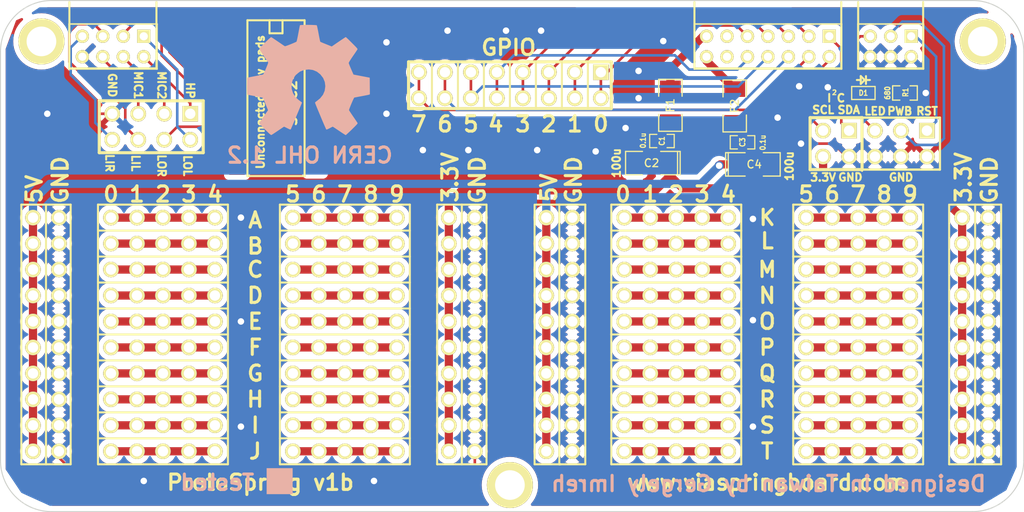
<source format=kicad_pcb>
(kicad_pcb (version 20221018) (generator pcbnew)
  (layers (0 "F.Cu" signal) (31 "B.Cu" signal) (34 "B.Paste" user) (35 "F.Paste" user) (36 "B.SilkS" user) (37 "F.SilkS" user) (38 "B.Mask" user) (39 "F.Mask" user) (44 "Edge.Cuts" user))
  (net 0 "")
  (net 1 "+3.3V")
  (net 2 "+5V")
  (net 3 "/GPIO20")
  (net 4 "/GPIO21")
  (net 5 "/GPIO22")
  (net 6 "/GPIO23")
  (net 7 "/GPIO24")
  (net 8 "/GPIO25")
  (net 9 "/GPIO26")
  (net 10 "/GPIO27")
  (net 11 "/HP_DET")
  (net 12 "/I2C0SCL")
  (net 13 "/I2C0SDA")
  (net 14 "/LINEIN_L")
  (net 15 "/LINEIN_R")
  (net 16 "/LINEOUT_L")
  (net 17 "/LINEOUT_R")
  (net 18 "/MICIN1")
  (net 19 "/MICIN2")
  (net 20 "/PWRBTN")
  (net 21 "/PWR_LED")
  (net 22 "/RESET1")
  (net 23 "GND")
  (net 24 "N-000001")
  (net 25 "N-0000010")
  (net 26 "N-0000011")
  (net 27 "N-0000012")
  (net 28 "N-0000013")
  (net 29 "N-0000014")
  (net 30 "N-0000015")
  (net 31 "N-0000016")
  (net 32 "N-0000017")
  (net 33 "N-0000018")
  (net 34 "N-0000019")
  (net 35 "N-000002")
  (net 36 "N-0000020")
  (net 37 "N-0000022")
  (net 38 "N-0000023")
  (net 39 "N-0000024")
  (net 40 "N-0000025")
  (net 41 "N-0000026")
  (net 42 "N-0000027")
  (net 43 "N-0000028")
  (net 44 "N-0000029")
  (net 45 "N-000003")
  (net 46 "N-0000030")
  (net 47 "N-0000031")
  (net 48 "N-0000039")
  (net 49 "N-000004")
  (net 50 "N-0000040")
  (net 51 "N-0000042")
  (net 52 "N-000005")
  (net 53 "N-0000056")
  (net 54 "N-0000057")
  (net 55 "N-0000058")
  (net 56 "N-0000059")
  (net 57 "N-0000060")
  (net 58 "N-0000061")
  (net 59 "N-0000062")
  (net 60 "N-0000063")
  (net 61 "N-0000064")
  (net 62 "N-0000065")
  (net 63 "N-0000066")
  (net 64 "N-0000067")
  (net 65 "N-0000068")
  (net 66 "N-000009")
  (footprint "BREADBOARD_PIN_ROW_2-5-5-2" (layer "F.Cu") (at 201.93 149.098)
    (fp_text reference "P27" hide)
    (fp_text value "CONN_14" hide)
  )
  (footprint "BREADBOARD_PIN_ROW_2-5-5-2" (layer "F.Cu") (at 151.765 144.018)
    (fp_text reference "P15" hide)
    (fp_text value "CONN_14" hide)
  )
  (footprint "BREADBOARD_PIN_ROW_2-5-5-2" (layer "F.Cu") (at 151.765 141.478)
    (fp_text reference "P14" hide)
    (fp_text value "CONN_14" hide)
  )
  (footprint "BREADBOARD_PIN_ROW_2-5-5-2" (layer "F.Cu") (at 151.765 138.938)
    (fp_text reference "P13" hide)
    (fp_text value "CONN_14" hide)
  )
  (footprint "BREADBOARD_PIN_ROW_2-5-5-2" (layer "F.Cu") (at 151.765 136.398)
    (fp_text reference "P12" hide)
    (fp_text value "CONN_14" hide)
  )
  (footprint "BREADBOARD_PIN_ROW_2-5-5-2" (layer "F.Cu") (at 151.765 133.858)
    (fp_text reference "P11" hide)
    (fp_text value "CONN_14" hide)
  )
  (footprint "BREADBOARD_PIN_ROW_2-5-5-2" (layer "F.Cu") (at 151.765 131.318)
    (fp_text reference "P10" hide)
    (fp_text value "CONN_14" hide)
  )
  (footprint "BREADBOARD_PIN_ROW_2-5-5-2" (layer "F.Cu") (at 151.765 128.778)
    (fp_text reference "P9" hide)
    (fp_text value "CONN_14" hide)
  )
  (footprint "SM0603" (layer "F.Cu") (at 211.328 114.046)
    (fp_text reference "D1")
    (fp_text value "LED" hide)
  )
  (footprint "SM0603_Capa" (layer "F.Cu") (at 191.643 118.745 180)
    (fp_text reference "C1")
    (fp_text value "0.1u")
  )
  (footprint "SM0603_Resistor" (layer "F.Cu") (at 215.392 114.046)
    (fp_text reference "R1")
    (fp_text value "680")
  )
  (footprint "SM1206" (layer "F.Cu") (at 198.755 115.316 -90)
    (fp_text reference "F2")
    (fp_text value "FUSE" hide)
  )
  (footprint "PIN_ARRAY_2X2" (layer "F.Cu") (at 208.661 118.999 180)
    (fp_text reference "P6" hide)
    (fp_text value "CONN_2X2" hide)
  )
  (footprint "pin_array_2mm_3x2" (layer "F.Cu") (at 214 109.5 180)
    (fp_text reference "P1" hide)
    (fp_text value "CONN_3X2" hide)
  )
  (footprint "pin_array_2mm_4x2" (layer "F.Cu") (at 138 109.5 180)
    (fp_text reference "P3" hide)
    (fp_text value "CONN_4X2" hide)
  )
  (footprint "pin_array_3x2" (layer "F.Cu") (at 215 119 180)
    (fp_text reference "P4" hide)
    (fp_text value "CONN_3X2" hide)
  )
  (footprint "pin_array_2mm_7x2" (layer "F.Cu") (at 202 109.5 180)
    (fp_text reference "P2" hide)
    (fp_text value "CONN_7X2" hide)
  )
  (footprint "BREADBOARD_PIN_ROW_2-5-5-2" (layer "F.Cu") (at 201.93 146.558)
    (fp_text reference "P26" hide)
    (fp_text value "CONN_14" hide)
  )
  (footprint "BREADBOARD_PIN_ROW_2-5-5-2" (layer "F.Cu") (at 201.93 144.018)
    (fp_text reference "P25" hide)
    (fp_text value "CONN_14" hide)
  )
  (footprint "BREADBOARD_PIN_ROW_2-5-5-2" (layer "F.Cu") (at 201.93 141.478)
    (fp_text reference "P24" hide)
    (fp_text value "CONN_14" hide)
  )
  (footprint "BREADBOARD_PIN_ROW_2-5-5-2" (layer "F.Cu") (at 201.93 138.938)
    (fp_text reference "P23" hide)
    (fp_text value "CONN_14" hide)
  )
  (footprint "BREADBOARD_PIN_ROW_2-5-5-2" (layer "F.Cu") (at 201.93 136.398)
    (fp_text reference "P22" hide)
    (fp_text value "CONN_14" hide)
  )
  (footprint "BREADBOARD_PIN_ROW_2-5-5-2" (layer "F.Cu") (at 201.93 133.858)
    (fp_text reference "P21" hide)
    (fp_text value "CONN_14" hide)
  )
  (footprint "BREADBOARD_PIN_ROW_2-5-5-2" (layer "F.Cu") (at 201.93 131.318)
    (fp_text reference "P20" hide)
    (fp_text value "CONN_14" hide)
  )
  (footprint "BREADBOARD_PIN_ROW_2-5-5-2" (layer "F.Cu") (at 201.93 128.778)
    (fp_text reference "P19" hide)
    (fp_text value "CONN_14" hide)
  )
  (footprint "BREADBOARD_PIN_ROW_2-5-5-2" (layer "F.Cu") (at 151.765 126.238)
    (fp_text reference "P8" hide)
    (fp_text value "CONN_14" hide)
  )
  (footprint "BREADBOARD_PIN_ROW_2-5-5-2" (layer "F.Cu") (at 151.765 146.558)
    (fp_text reference "P16" hide)
    (fp_text value "CONN_14" hide)
  )
  (footprint "pin_array_8x2" (layer "F.Cu") (at 176.784 113.284 180)
    (fp_text reference "P5" hide)
    (fp_text value "CONN_8X2" hide)
  )
  (footprint "BREADBOARD_PIN_ROW_2-5-5-2" (layer "F.Cu") (at 201.93 126.238)
    (fp_text reference "P18" hide)
    (fp_text value "CONN_14" hide)
  )
  (footprint "BREADBOARD_PIN_ROW_2-5-5-2" (layer "F.Cu") (at 151.765 149.098)
    (fp_text reference "P17" hide)
    (fp_text value "CONN_14" hide)
  )
  (footprint "MOUNTING_HOLE_M25" (layer "F.Cu") (at 223 109)
    (fp_text reference "MOUNT_HOLE_2" hide)
    (fp_text value "Val**" hide)
  )
  (footprint "MOUNTING_HOLE_M25" (layer "F.Cu") (at 131 109)
    (fp_text reference "MOUNT_HOLE_1" hide)
    (fp_text value "Val**" hide)
  )
  (footprint "SOIC24" (layer "F.Cu") (at 153.924 114.554 -90)
    (fp_text reference "SOIC24")
    (fp_text value "VAL**" hide)
  )
  (footprint "MOUNTING_HOLE_M25" (layer "F.Cu") (at 176.784 152.4)
    (fp_text reference "MOUNT_HOLE_3" hide)
    (fp_text value "Val**" hide)
  )
  (footprint "pin_array_4x2" (layer "F.Cu") (at 141.732 117.348 180)
    (fp_text reference "P7" hide)
    (fp_text value "CONN_4X2" hide)
  )
  (footprint "SM1206" (layer "F.Cu") (at 192.468 115.252 -90)
    (fp_text reference "F1")
    (fp_text value "FUSE" hide)
  )
  (footprint "SM1206POL" (layer "F.Cu") (at 200.66 121.031)
    (fp_text reference "C4")
    (fp_text value "10u" hide)
  )
  (footprint "SM1206POL" (layer "F.Cu") (at 190.627 120.904 180)
    (fp_text reference "C2")
    (fp_text value "10u" hide)
  )
  (footprint "SM0603_Capa" (layer "F.Cu") (at 199.517 118.872)
    (fp_text reference "C3")
    (fp_text value "0.1u")
  )
  (footprint "oshw_logo_silkscreen-back_12mm" (layer "B.Cu") (at 157.099 112.776)
    (fp_text reference "G***" hide)
    (fp_text value "oshw_logo_silkscreen-back_12mm" hide)
  )
  (footprint "LOGO" (layer "B.Cu") (at 154.2796 152.019)
    (fp_text reference "G***" hide)
    (fp_text value "LOGO" hide)
  )
  (gr_line (start 219.71 150.368) (end 224.79 150.368) (stroke (width 0.2)) (layer "F.SilkS"))
  (gr_line (start 199.39 137.668) (end 186.69 137.668) (stroke (width 0.2)) (layer "F.SilkS"))
  (gr_line (start 167.005 130.048) (end 154.305 130.048) (stroke (width 0.2)) (layer "F.SilkS"))
  (gr_line (start 217.17 147.828) (end 204.47 147.828) (stroke (width 0.2)) (layer "F.SilkS"))
  (gr_line (start 136.525 147.828) (end 149.225 147.828) (stroke (width 0.2)) (layer "F.SilkS"))
  (gr_line (start 133.858 150.368) (end 129.032 150.368) (stroke (width 0.2)) (layer "F.SilkS"))
  (gr_line (start 154.305 132.588) (end 167.005 132.588) (stroke (width 0.2)) (layer "F.SilkS"))
  (gr_line (start 199.39 145.288) (end 186.69 145.288) (stroke (width 0.2)) (layer "F.SilkS"))
  (gr_line (start 149.225 145.288) (end 136.525 145.288) (stroke (width 0.2)) (layer "F.SilkS"))
  (gr_line (start 199.39 150.368) (end 199.39 124.968) (stroke (width 0.2)) (layer "F.SilkS"))
  (gr_line (start 174.244 111.125) (end 174.244 115.57) (stroke (width 0.2)) (layer "F.SilkS"))
  (gr_line (start 204.47 142.748) (end 217.17 142.748) (stroke (width 0.2)) (layer "F.SilkS"))
  (gr_line (start 149.225 130.048) (end 136.525 130.048) (stroke (width 0.2)) (layer "F.SilkS"))
  (gr_line (start 217.17 130.048) (end 204.47 130.048) (stroke (width 0.2)) (layer "F.SilkS"))
  (gr_line (start 133.731 111.633) (end 133.731 105.156) (stroke (width 0.2)) (layer "F.SilkS"))
  (gr_line (start 199.39 127.508) (end 186.69 127.508) (stroke (width 0.2)) (layer "F.SilkS"))
  (gr_line (start 149.225 124.968) (end 149.225 150.368) (stroke (width 0.2)) (layer "F.SilkS"))
  (gr_line (start 217.17 137.668) (end 204.47 137.668) (stroke (width 0.2)) (layer "F.SilkS"))
  (gr_line (start 186.69 135.128) (end 199.39 135.128) (stroke (width 0.2)) (layer "F.SilkS"))
  (gr_line (start 184.15 150.368) (end 179.197 150.368) (stroke (width 0.2)) (layer "F.SilkS"))
  (gr_line (start 174.498 124.968) (end 169.672 124.968) (stroke (width 0.2)) (layer "F.SilkS"))
  (gr_line (start 179.324 110.998) (end 179.324 115.57) (stroke (width 0.2)) (layer "F.SilkS"))
  (gr_line (start 167.005 150.368) (end 154.305 150.368) (stroke (width 0.2)) (layer "F.SilkS"))
  (gr_line (start 194.818 111.633) (end 209.169 111.633) (stroke (width 0.2)) (layer "F.SilkS"))
  (gr_line (start 186.69 147.828) (end 199.39 147.828) (stroke (width 0.2)) (layer "F.SilkS"))
  (gr_line (start 211.455 112.776) (end 211.074 112.395) (stroke (width 0.2)) (layer "F.SilkS"))
  (gr_line (start 131.445 124.968) (end 131.445 150.368) (stroke (width 0.2)) (layer "F.SilkS"))
  (gr_line (start 172.085 150.368) (end 172.085 124.968) (stroke (width 0.2)) (layer "F.SilkS"))
  (gr_line (start 154.305 142.748) (end 167.005 142.748) (stroke (width 0.2)) (layer "F.SilkS"))
  (gr_line (start 210.82 111.633) (end 210.82 105.156) (stroke (width 0.2)) (layer "F.SilkS"))
  (gr_line (start 194.818 111.633) (end 194.818 105.156) (stroke (width 0.2)) (layer "F.SilkS"))
  (gr_line (start 149.225 140.208) (end 136.525 140.208) (stroke (width 0.2)) (layer "F.SilkS"))
  (gr_line (start 204.47 127.508) (end 217.17 127.508) (stroke (width 0.2)) (layer "F.SilkS"))
  (gr_line (start 133.858 124.968) (end 133.858 150.368) (stroke (width 0.2)) (layer "F.SilkS"))
  (gr_line (start 199.39 142.748) (end 186.69 142.748) (stroke (width 0.2)) (layer "F.SilkS"))
  (gr_line (start 136.525 132.588) (end 149.225 132.588) (stroke (width 0.2)) (layer "F.SilkS"))
  (gr_line (start 217.17 150.368) (end 204.47 150.368) (stroke (width 0.2)) (layer "F.SilkS"))
  (gr_line (start 186.69 150.368) (end 199.39 150.368) (stroke (width 0.2)) (layer "F.SilkS"))
  (gr_line (start 181.61 150.368) (end 181.737 150.368) (stroke (width 0.2)) (layer "F.SilkS"))
  (gr_line (start 167.005 124.968) (end 167.005 150.368) (stroke (width 0.2)) (layer "F.SilkS"))
  (gr_line (start 169.672 124.968) (end 169.672 150.368) (stroke (width 0.2)) (layer "F.SilkS"))
  (gr_line (start 179.197 150.368) (end 179.197 124.968) (stroke (width 0.2)) (layer "F.SilkS"))
  (gr_line (start 219.71 124.968) (end 219.71 150.368) (stroke (width 0.2)) (layer "F.SilkS"))
  (gr_line (start 167.005 135.128) (end 154.305 135.128) (stroke (width 0.2)) (layer "F.SilkS"))
  (gr_line (start 199.39 132.588) (end 186.69 132.588) (stroke (width 0.2)) (layer "F.SilkS"))
  (gr_line (start 136.525 127.508) (end 149.225 127.508) (stroke (width 0.2)) (layer "F.SilkS"))
  (gr_line (start 204.47 140.208) (end 217.17 140.208) (stroke (width 0.2)) (layer "F.SilkS"))
  (gr_line (start 186.69 140.208) (end 199.39 140.208) (stroke (width 0.2)) (layer "F.SilkS"))
  (gr_line (start 204.47 135.128) (end 217.17 135.128) (stroke (width 0.2)) (layer "F.SilkS"))
  (gr_line (start 211.201 116.459) (end 218.821 116.459) (stroke (width 0.2)) (layer "F.SilkS"))
  (gr_line (start 149.225 135.128) (end 136.525 135.128) (stroke (width 0.2)) (layer "F.SilkS"))
  (gr_line (start 142.24 111.633) (end 142.24 105.156) (stroke (width 0.2)) (layer "F.SilkS"))
  (gr_line (start 167.005 140.208) (end 154.305 140.208) (stroke (width 0.2)) (layer "F.SilkS"))
  (gr_line (start 184.15 124.968) (end 184.15 150.368) (stroke (width 0.2)) (layer "F.SilkS"))
  (gr_line (start 211.582 112.395) (end 211.582 113.157) (stroke (width 0.2)) (layer "F.SilkS"))
  (gr_line (start 154.305 137.668) (end 167.005 137.668) (stroke (width 0.2)) (layer "F.SilkS"))
  (gr_line (start 136.525 137.668) (end 149.225 137.668) (stroke (width 0.2)) (layer "F.SilkS"))
  (gr_line (start 211.074 112.776) (end 210.693 112.776) (stroke (width 0.2)) (layer "F.SilkS"))
  (gr_line (start 222.25 150.368) (end 222.25 124.968) (stroke (width 0.2)) (layer "F.SilkS"))
  (gr_line (start 217.17 124.968) (end 217.17 150.368) (stroke (width 0.2)) (layer "F.SilkS"))
  (gr_line (start 169.164 115.443) (end 169.164 110.998) (stroke (width 0.2)) (layer "F.SilkS"))
  (gr_line (start 199.39 124.968) (end 186.69 124.968) (stroke (width 0.2)) (layer "F.SilkS"))
  (gr_line (start 171.704 110.998) (end 171.704 115.57) (stroke (width 0.2)) (layer "F.SilkS"))
  (gr_line (start 129.032 150.368) (end 129.032 124.968) (stroke (width 0.2)) (layer "F.SilkS"))
  (gr_line (start 179.324 124.968) (end 184.15 124.968) (stroke (width 0.2)) (layer "F.SilkS"))
  (gr_line (start 186.69 124.968) (end 186.69 150.368) (stroke (width 0.2)) (layer "F.SilkS"))
  (gr_line (start 149.225 150.368) (end 136.525 150.368) (stroke (width 0.2)) (layer "F.SilkS"))
  (gr_line (start 136.525 142.748) (end 149.225 142.748) (stroke (width 0.2)) (layer "F.SilkS"))
  (gr_line (start 167.005 145.288) (end 154.305 145.288) (stroke (width 0.2)) (layer "F.SilkS"))
  (gr_line (start 211.074 113.157) (end 211.455 112.776) (stroke (width 0.2)) (layer "F.SilkS"))
  (gr_line (start 186.69 130.048) (end 199.39 130.048) (stroke (width 0.2)) (layer "F.SilkS"))
  (gr_line (start 204.47 124.968) (end 217.17 124.968) (stroke (width 0.2)) (layer "F.SilkS"))
  (gr_line (start 184.404 115.57) (end 184.404 110.998) (stroke (width 0.2)) (layer "F.SilkS"))
  (gr_line (start 129.032 124.968) (end 133.858 124.968) (stroke (width 0.2)) (layer "F.SilkS"))
  (gr_line (start 210.82 111.633) (end 217.17 111.633) (stroke (width 0.2)) (layer "F.SilkS"))
  (gr_line (start 142.24 111.633) (end 133.731 111.633) (stroke (width 0.2)) (layer "F.SilkS"))
  (gr_line (start 224.79 124.968) (end 219.837 124.968) (stroke (width 0.2)) (layer "F.SilkS"))
  (gr_line (start 204.47 150.368) (end 204.47 124.968) (stroke (width 0.2)) (layer "F.SilkS"))
  (gr_line (start 224.79 150.368) (end 224.79 124.968) (stroke (width 0.2)) (layer "F.SilkS"))
  (gr_line (start 154.305 124.968) (end 167.005 124.968) (stroke (width 0.2)) (layer "F.SilkS"))
  (gr_line (start 154.305 127.508) (end 167.005 127.508) (stroke (width 0.2)) (layer "F.SilkS"))
  (gr_line (start 217.17 111.633) (end 217.17 105.156) (stroke (width 0.2)) (layer "F.SilkS"))
  (gr_line (start 211.074 112.395) (end 211.074 113.157) (stroke (width 0.2)) (layer "F.SilkS"))
  (gr_line (start 204.47 145.288) (end 217.17 145.288) (stroke (width 0.2)) (layer "F.SilkS"))
  (gr_line (start 209.169 111.633) (end 209.169 105.156) (stroke (width 0.2)) (layer "F.SilkS"))
  (gr_line (start 181.61 124.968) (end 181.61 150.368) (stroke (width 0.2)) (layer "F.SilkS"))
  (gr_line (start 204.47 132.588) (end 217.17 132.588) (stroke (width 0.2)) (layer "F.SilkS"))
  (gr_line (start 218.821 121.539) (end 211.201 121.539) (stroke (width 0.2)) (layer "F.SilkS"))
  (gr_line (start 154.305 147.828) (end 167.005 147.828) (stroke (width 0.2)) (layer "F.SilkS"))
  (gr_line (start 181.864 110.998) (end 181.864 115.57) (stroke (width 0.2)) (layer "F.SilkS"))
  (gr_line (start 218.821 116.459) (end 218.821 121.539) (stroke (width 0.2)) (layer "F.SilkS"))
  (gr_line (start 136.525 124.968) (end 149.225 124.968) (stroke (width 0.2)) (layer "F.SilkS"))
  (gr_line (start 211.582 112.776) (end 211.963 112.776) (stroke (width 0.2)) (layer "F.SilkS"))
  (gr_line (start 169.672 150.368) (end 174.498 150.368) (stroke (width 0.2)) (layer "F.SilkS"))
  (gr_line (start 211.201 121.539) (end 211.201 121.666) (stroke (width 0.2)) (layer "F.SilkS"))
  (gr_line (start 176.784 111.125) (end 176.784 115.57) (stroke (width 0.2)) (layer "F.SilkS"))
  (gr_line (start 136.525 150.368) (end 136.525 124.968) (stroke (width 0.2)) (layer "F.SilkS"))
  (gr_line (start 154.305 150.368) (end 154.305 124.968) (stroke (width 0.2)) (layer "F.SilkS"))
  (gr_line (start 174.498 150.368) (end 174.498 124.968) (stroke (width 0.2)) (layer "F.SilkS"))
  (gr_arc (start 127 110) (mid 128.464466 106.464466) (end 132 105) (stroke (width 0.1)) (layer "Edge.Cuts"))
  (gr_arc (start 222 105) (mid 225.535534 106.464466) (end 227 110) (stroke (width 0.1)) (layer "Edge.Cuts"))
  (gr_arc (start 227 150) (mid 225.535534 153.535534) (end 222 155) (stroke (width 0.1)) (layer "Edge.Cuts"))
  (gr_arc (start 132 155) (mid 128.464466 153.535534) (end 127 150) (stroke (width 0.1)) (layer "Edge.Cuts"))
  (gr_line (start 132 105) (end 222 105) (stroke (width 0.1)) (layer "Edge.Cuts"))
  (gr_line (start 227 110) (end 227 150) (stroke (width 0.1)) (layer "Edge.Cuts"))
  (gr_line (start 127 150) (end 127 110) (stroke (width 0.1)) (layer "Edge.Cuts"))
  (gr_line (start 132 155) (end 222 155) (stroke (width 0.1)) (layer "Edge.Cuts"))
  (gr_text "Designed in Taiwan by Gergely Imreh\n" (at 202.057 152.273) (layer "B.SilkS") (effects (font (size 1.5 1.5) (thickness 0.3)) (justify mirror)))
  (gr_text "Tested" (at 148.1836 152.146) (layer "B.SilkS") (effects (font (size 1.5 1.5) (thickness 0.3)) (justify mirror)))
  (gr_text "CERN OHL 1.2" (at 157.226 120.142) (layer "B.SilkS") (effects (font (size 1.5 1.5) (thickness 0.3)) (justify mirror)))
  (gr_text "3" (at 195.58 123.952) (layer "F.SilkS") (effects (font (size 1.5 1.5) (thickness 0.3))))
  (gr_text "Q" (at 201.93 141.478) (layer "F.SilkS") (effects (font (size 1.5 1.5) (thickness 0.3))))
  (gr_text "8" (at 213.36 123.952) (layer "F.SilkS") (effects (font (size 1.5 1.5) (thickness 0.3))))
  (gr_text "I C" (at 208.661 114.554) (layer "F.SilkS") (effects (font (size 0.762 0.762) (thickness 0.1905))))
  (gr_text "LOL" (at 145.288 121.158 270) (layer "F.SilkS") (effects (font (size 0.762 0.762) (thickness 0.1905))))
  (gr_text "R" (at 201.93 144.018) (layer "F.SilkS") (effects (font (size 1.5 1.5) (thickness 0.3))))
  (gr_text "3.3V" (at 170.942 122.301 90) (layer "F.SilkS") (effects (font (size 1.5 1.5) (thickness 0.3))))
  (gr_text "O" (at 201.93 136.398) (layer "F.SilkS") (effects (font (size 1.5 1.5) (thickness 0.3))))
  (gr_text "I" (at 151.892 146.558) (layer "F.SilkS") (effects (font (size 1.5 1.5) (thickness 0.3))))
  (gr_text "4" (at 175.387 117.094) (layer "F.SilkS") (effects (font (size 1.5 1.5) (thickness 0.3))))
  (gr_text "1" (at 183.134 117.094) (layer "F.SilkS") (effects (font (size 1.5 1.5) (thickness 0.3))))
  (gr_text "1" (at 190.5 123.952) (layer "F.SilkS") (effects (font (size 1.5 1.5) (thickness 0.3))))
  (gr_text "GND" (at 223.647 122.555 90) (layer "F.SilkS") (effects (font (size 1.5 1.5) (thickness 0.3))))
  (gr_text "E" (at 151.892 136.398) (layer "F.SilkS") (effects (font (size 1.5 1.5) (thickness 0.3))))
  (gr_text "6" (at 170.434 117.094) (layer "F.SilkS") (effects (font (size 1.5 1.5) (thickness 0.3))))
  (gr_text "1" (at 140.335 123.952) (layer "F.SilkS") (effects (font (size 1.5 1.5) (thickness 0.3))))
  (gr_text "2" (at 208.5 114) (layer "F.SilkS") (effects (font (size 0.4572 0.4572) (thickness 0.1143))))
  (gr_text "5V" (at 180.594 123.317 90) (layer "F.SilkS") (effects (font (size 1.5 1.5) (thickness 0.3))))
  (gr_text "S" (at 201.93 146.558) (layer "F.SilkS") (effects (font (size 1.5 1.5) (thickness 0.3))))
  (gr_text "SCL" (at 207.4 115.7) (layer "F.SilkS") (effects (font (size 0.762 0.762) (thickness 0.1905))))
  (gr_text "F" (at 151.892 138.938) (layer "F.SilkS") (effects (font (size 1.5 1.5) (thickness 0.3))))
  (gr_text "GPIO" (at 176.657 109.601) (layer "F.SilkS") (effects (font (size 1.5 1.5) (thickness 0.3))))
  (gr_text "GND" (at 183.007 122.555 90) (layer "F.SilkS") (effects (font (size 1.5 1.5) (thickness 0.3))))
  (gr_text "N" (at 201.93 133.858) (layer "F.SilkS") (effects (font (size 1.5 1.5) (thickness 0.3))))
  (gr_text "MIC2" (at 142.748 113.284 270) (layer "F.SilkS") (effects (font (size 0.762 0.762) (thickness 0.1905))))
  (gr_text "4" (at 198.12 123.952) (layer "F.SilkS") (effects (font (size 1.5 1.5) (thickness 0.3))))
  (gr_text "2" (at 142.875 123.952) (layer "F.SilkS") (effects (font (size 1.5 1.5) (thickness 0.3))))
  (gr_text "LED" (at 212.471 115.824) (layer "F.SilkS") (effects (font (size 0.762 0.762) (thickness 0.1905))))
  (gr_text "3.3V" (at 207.391 122.301) (layer "F.SilkS") (effects (font (size 0.762 0.762) (thickness 0.1905))))
  (gr_text "J" (at 151.892 149.098) (layer "F.SilkS") (effects (font (size 1.5 1.5) (thickness 0.3))))
  (gr_text "LIR" (at 137.668 120.904 270) (layer "F.SilkS") (effects (font (size 0.762 0.762) (thickness 0.1905))))
  (gr_text "GND" (at 210.058 122.301) (layer "F.SilkS") (effects (font (size 0.762 0.762) (thickness 0.1905))))
  (gr_text "6" (at 208.28 123.952) (layer "F.SilkS") (effects (font (size 1.5 1.5) (thickness 0.3))))
  (gr_text "5" (at 155.575 123.952) (layer "F.SilkS") (effects (font (size 1.5 1.5) (thickness 0.3))))
  (gr_text "3" (at 178.054 117.094) (layer "F.SilkS") (effects (font (size 1.5 1.5) (thickness 0.3))))
  (gr_text "100u" (at 204.1 121.2 90) (layer "F.SilkS") (effects (font (size 0.762 0.762) (thickness 0.1905))))
  (gr_text "GND" (at 137.922 113.284 270) (layer "F.SilkS") (effects (font (size 0.762 0.762) (thickness 0.1905))))
  (gr_text "4" (at 147.955 123.952) (layer "F.SilkS") (effects (font (size 1.5 1.5) (thickness 0.3))))
  (gr_text "A" (at 151.892 126.492) (layer "F.SilkS") (effects (font (size 1.5 1.5) (thickness 0.3))))
  (gr_text "7" (at 210.82 123.952) (layer "F.SilkS") (effects (font (size 1.5 1.5) (thickness 0.3))))
  (gr_text "5V" (at 130.302 123.444 90) (layer "F.SilkS") (effects (font (size 1.5 1.5) (thickness 0.3))))
  (gr_text "M" (at 201.93 131.318) (layer "F.SilkS") (effects (font (size 1.5 1.5) (thickness 0.3))))
  (gr_text "C" (at 151.892 131.318) (layer "F.SilkS") (effects (font (size 1.5 1.5) (thickness 0.3))))
  (gr_text "G" (at 151.892 141.478) (layer "F.SilkS") (effects (font (size 1.5 1.5) (thickness 0.3))))
  (gr_text "D" (at 151.892 133.858) (layer "F.SilkS") (effects (font (size 1.5 1.5) (thickness 0.3))))
  (gr_text "MIC1" (at 140.462 113.284 270) (layer "F.SilkS") (effects (font (size 0.762 0.762) (thickness 0.1905))))
  (gr_text "2" (at 193.04 123.952) (layer "F.SilkS") (effects (font (size 1.5 1.5) (thickness 0.3))))
  (gr_text "SDA" (at 209.9 115.7) (layer "F.SilkS") (effects (font (size 0.762 0.762) (thickness 0.1905))))
  (gr_text "9" (at 215.9 123.952) (layer "F.SilkS") (effects (font (size 1.5 1.5) (thickness 0.3))))
  (gr_text "P" (at 201.93 138.938) (layer "F.SilkS") (effects (font (size 1.5 1.5) (thickness 0.3))))
  (gr_text "B" (at 151.892 129.032) (layer "F.SilkS") (effects (font (size 1.5 1.5) (thickness 0.3))))
  (gr_text "ProtoSpring v1b" (at 152.4 152.146) (layer "F.SilkS") (effects (font (size 1.5 1.5) (thickness 0.3))))
  (gr_text "LIL" (at 140.208 120.904 270) (layer "F.SilkS") (effects (font (size 0.762 0.762) (thickness 0.1905))))
  (gr_text "0" (at 187.833 123.952) (layer "F.SilkS") (effects (font (size 1.5 1.5) (thickness 0.3))))
  (gr_text "5" (at 172.974 117.094) (layer "F.SilkS") (effects (font (size 1.5 1.5) (thickness 0.3))))
  (gr_text "0" (at 137.795 123.952) (layer "F.SilkS") (effects (font (size 1.5 1.5) (thickness 0.3))))
  (gr_text "9" (at 165.735 123.952) (layer "F.SilkS") (effects (font (size 1.5 1.5) (thickness 0.3))))
  (gr_text "GND" (at 215.011 122.301) (layer "F.SilkS") (effects (font (size 0.762 0.762) (thickness 0.1905))))
  (gr_text "0" (at 185.674 117.094) (layer "F.SilkS") (effects (font (size 1.5 1.5) (thickness 0.3))))
  (gr_text "GND" (at 173.609 122.555 90) (layer "F.SilkS") (effects (font (size 1.5 1.5) (thickness 0.3))))
  (gr_text "www.viaspringboard.com" (at 201.93 152.146) (layer "F.SilkS") (effects (font (size 1.5 1.5) (thickness 0.3))))
  (gr_text "K" (at 201.93 126.238) (layer "F.SilkS") (effects (font (size 1.5 1.5) (thickness 0.3))))
  (gr_text "Unconnected dev pads" (at 152.4 114.935 90) (layer "F.SilkS") (effects (font (size 0.762 0.762) (thickness 0.1905))))
  (gr_text "GND" (at 132.842 122.555 90) (layer "F.SilkS") (effects (font (size 1.5 1.5) (thickness 0.3))))
  (gr_text "T" (at 201.93 149.098) (layer "F.SilkS") (effects (font (size 1.5 1.5) (thickness 0.3))))
  (gr_text "LOR" (at 142.748 121.158 270) (layer "F.SilkS") (effects (font (size 0.762 0.762) (thickness 0.1905))))
  (gr_text "5" (at 205.74 123.952) (layer "F.SilkS") (effects (font (size 1.5 1.5) (thickness 0.3))))
  (gr_text "RST" (at 217.551 115.824) (layer "F.SilkS") (effects (font (size 0.762 0.762) (thickness 0.1905))))
  (gr_text "H" (at 151.892 144.018) (layer "F.SilkS") (effects (font (size 1.5 1.5) (thickness 0.3))))
  (gr_text "HP" (at 145.542 113.792 270) (layer "F.SilkS") (effects (font (size 0.762 0.762) (thickness 0.1905))))
  (gr_text "3.3V" (at 221.107 122.301 90) (layer "F.SilkS") (effects (font (size 1.5 1.5) (thickness 0.3))))
  (gr_text "7" (at 160.655 123.952) (layer "F.SilkS") (effects (font (size 1.5 1.5) (thickness 0.3))))
  (gr_text "100u" (at 187.2 120.9 90) (layer "F.SilkS") (effects (font (size 0.762 0.762) (thickness 0.1905))))
  (gr_text "7" (at 167.894 117.094) (layer "F.SilkS") (effects (font (size 1.5 1.5) (thickness 0.3))))
  (gr_text "2" (at 180.594 117.094) (layer "F.SilkS") (effects (font (size 1.5 1.5) (thickness 0.3))))
  (gr_text "L" (at 201.93 128.524) (layer "F.SilkS") (effects (font (size 1.5 1.5) (thickness 0.3))))
  (gr_text "3" (at 145.415 123.952) (layer "F.SilkS") (effects (font (size 1.5 1.5) (thickness 0.3))))
  (gr_text "PWB" (at 214.884 115.824) (layer "F.SilkS") (effects (font (size 0.762 0.762) (thickness 0.1905))))
  (gr_text "6" (at 158.115 123.952) (layer "F.SilkS") (effects (font (size 1.5 1.5) (thickness 0.3))))
  (gr_text "8" (at 163.195 123.952) (layer "F.SilkS") (effects (font (size 1.5 1.5) (thickness 0.3))))
  (segment (start 192.468 118.682) (end 192.405 118.745) (width 0.8) (layer "F.Cu") (net 1))
  (segment (start 192.405 120.777) (end 192.278 120.904) (width 0.8) (layer "F.Cu") (net 1))
  (segment (start 192.278 122.047) (end 192.405 122.174) (width 0.8) (layer "F.Cu") (net 1))
  (segment (start 220.98 149.098) (end 220.98 146.558) (width 0.8) (layer "F.Cu") (net 1))
  (segment (start 220.98 128.778) (end 220.98 126.238) (width 0.8) (layer "F.Cu") (net 1))
  (segment (start 170.815 149.098) (end 170.815 146.558) (width 0.8) (layer "F.Cu") (net 1))
  (segment (start 192.468 116.903) (end 192.468 118.682) (width 0.8) (layer "F.Cu") (net 1))
  (segment (start 207.391 121.92) (end 205.931 123.38) (width 0.8) (layer "F.Cu") (net 1))
  (segment (start 170.815 124.841) (end 171.196 124.46) (width 0.8) (layer "F.Cu") (net 1))
  (segment (start 170.815 136.398) (end 170.815 133.858) (width 0.8) (layer "F.Cu") (net 1))
  (segment (start 220.98 133.858) (end 220.98 131.318) (width 0.8) (layer "F.Cu") (net 1))
  (segment (start 192.468 122.174) (end 193.675 123.38) (width 0.8) (layer "F.Cu") (net 1))
  (segment (start 220.98 131.318) (end 220.98 128.778) (width 0.8) (layer "F.Cu") (net 1))
  (segment (start 171.196 124.46) (end 170.815 124.841) (width 0.8) (layer "F.Cu") (net 1))
  (segment (start 220.98 136.398) (end 220.98 133.858) (width 0.8) (layer "F.Cu") (net 1))
  (segment (start 220.98 141.478) (end 220.98 138.938) (width 0.8) (layer "F.Cu") (net 1))
  (segment (start 220.98 138.938) (end 220.98 136.398) (width 0.8) (layer "F.Cu") (net 1))
  (segment (start 170.815 131.318) (end 170.815 128.778) (width 0.8) (layer "F.Cu") (net 1))
  (segment (start 170.815 133.858) (end 170.815 131.318) (width 0.8) (layer "F.Cu") (net 1))
  (segment (start 205.931 123.38) (end 218.122 123.38) (width 0.8) (layer "F.Cu") (net 1))
  (segment (start 220.98 146.558) (end 220.98 144.018) (width 0.8) (layer "F.Cu") (net 1))
  (segment (start 170.815 146.558) (end 170.815 144.018) (width 0.8) (layer "F.Cu") (net 1))
  (segment (start 220.98 144.018) (end 220.98 141.478) (width 0.8) (layer "F.Cu") (net 1))
  (segment (start 170.815 128.778) (end 170.815 126.238) (width 0.8) (layer "F.Cu") (net 1))
  (segment (start 192.468 122.174) (end 192.405 122.174) (width 0.8) (layer "F.Cu") (net 1))
  (segment (start 172.085 123.571) (end 171.196 124.46) (width 0.8) (layer "F.Cu") (net 1))
  (segment (start 170.815 124.841) (end 170.815 126.238) (width 0.8) (layer "F.Cu") (net 1))
  (segment (start 192.405 118.745) (end 192.405 120.777) (width 0.8) (layer "F.Cu") (net 1))
  (segment (start 207.391 120.269) (end 207.391 121.92) (width 0.8) (layer "F.Cu") (net 1))
  (segment (start 191.008 123.571) (end 172.085 123.571) (width 0.8) (layer "F.Cu") (net 1))
  (segment (start 192.278 120.904) (end 192.278 122.047) (width 0.8) (layer "F.Cu") (net 1))
  (segment (start 170.815 144.018) (end 170.815 141.478) (width 0.8) (layer "F.Cu") (net 1))
  (segment (start 192.405 122.174) (end 191.008 123.571) (width 0.8) (layer "F.Cu") (net 1))
  (segment (start 218.122 123.38) (end 220.98 126.238) (width 0.8) (layer "F.Cu") (net 1))
  (segment (start 170.815 141.478) (end 170.815 138.938) (width 0.8) (layer "F.Cu") (net 1))
  (segment (start 170.815 138.938) (end 170.815 136.398) (width 0.8) (layer "F.Cu") (net 1))
  (segment (start 193.675 123.38) (end 205.931 123.38) (width 0.8) (layer "F.Cu") (net 1))
  (segment (start 198.755 120.777) (end 199.009 121.031) (width 0.8) (layer "F.Cu") (net 2))
  (segment (start 197.358 121.031) (end 197.231 121.158) (width 0.8) (layer "F.Cu") (net 2))
  (segment (start 198.755 116.967) (end 198.755 118.872) (width 0.8) (layer "F.Cu") (net 2))
  (segment (start 180.34 136.398) (end 180.34 133.858) (width 0.8) (layer "F.Cu") (net 2))
  (segment (start 199.009 121.031) (end 197.358 121.031) (width 0.8) (layer "F.Cu") (net 2))
  (segment (start 130.175 146.558) (end 130.175 149.098) (width 0.8) (layer "F.Cu") (net 2))
  (segment (start 130.175 131.318) (end 130.175 133.858) (width 0.8) (layer "F.Cu") (net 2))
  (segment (start 180.34 131.318) (end 180.34 128.778) (width 0.8) (layer "F.Cu") (net 2))
  (segment (start 180.34 144.018) (end 180.34 141.478) (width 0.8) (layer "F.Cu") (net 2))
  (segment (start 130.175 136.398) (end 130.175 138.938) (width 0.8) (layer "F.Cu") (net 2))
  (segment (start 180.34 149.098) (end 180.34 146.558) (width 0.8) (layer "F.Cu") (net 2))
  (segment (start 180.34 133.858) (end 180.34 131.318) (width 0.8) (layer "F.Cu") (net 2))
  (segment (start 130.175 138.938) (end 130.175 141.478) (width 0.8) (layer "F.Cu") (net 2))
  (segment (start 180.34 141.478) (end 180.34 138.938) (width 0.8) (layer "F.Cu") (net 2))
  (segment (start 180.34 146.558) (end 180.34 144.018) (width 0.8) (layer "F.Cu") (net 2))
  (segment (start 130.175 126.238) (end 130.175 128.778) (width 0.8) (layer "F.Cu") (net 2))
  (segment (start 130.175 133.858) (end 130.175 136.398) (width 0.8) (layer "F.Cu") (net 2))
  (segment (start 180.34 138.938) (end 180.34 136.398) (width 0.8) (layer "F.Cu") (net 2))
  (segment (start 130.175 141.478) (end 130.175 144.018) (width 0.8) (layer "F.Cu") (net 2))
  (segment (start 130.175 128.778) (end 130.175 131.318) (width 0.8) (layer "F.Cu") (net 2))
  (segment (start 180.34 128.778) (end 180.34 126.238) (width 0.8) (layer "F.Cu") (net 2))
  (segment (start 198.755 118.872) (end 198.755 120.777) (width 0.8) (layer "F.Cu") (net 2))
  (segment (start 130.175 144.018) (end 130.175 146.558) (width 0.8) (layer "F.Cu") (net 2))
  (via (at 197.231 121.158) (size 0.889) (drill 0.635) (layers "F.Cu" "B.Cu") (net 2))
  (segment (start 197.231 121.158) (end 195.453 122.936) (width 0.8) (layer "B.Cu") (net 2))
  (segment (start 195.453 122.936) (end 180.848 122.936) (width 0.8) (layer "B.Cu") (net 2))
  (segment (start 180.34 123.444) (end 180.34 126.238) (width 0.8) (layer "B.Cu") (net 2))
  (segment (start 130.175 124.587) (end 130.175 126.238) (width 0.8) (layer "B.Cu") (net 2))
  (segment (start 180.848 122.936) (end 131.826 122.936) (width 0.8) (layer "B.Cu") (net 2))
  (segment (start 131.826 122.936) (end 130.175 124.587) (width 0.8) (layer "B.Cu") (net 2))
  (segment (start 180.848 122.936) (end 180.34 123.444) (width 0.8) (layer "B.Cu") (net 2))
  (segment (start 185.674 112.655) (end 185.674 112.014) (width 0.254) (layer "F.Cu") (net 3))
  (segment (start 185.674 112.655) (end 190.885 107.445) (width 0.254) (layer "F.Cu") (net 3))
  (segment (start 190.885 107.445) (end 198.945 107.445) (width 0.254) (layer "F.Cu") (net 3))
  (segment (start 198.945 107.445) (end 200 108.5) (width 0.254) (layer "F.Cu") (net 3))
  (segment (start 185.674 114.554) (end 185.674 112.655) (width 0.254) (layer "F.Cu") (net 3))
  (segment (start 183.134 112.014) (end 183.134 114.554) (width 0.254) (layer "F.Cu") (net 4))
  (segment (start 202 108.5) (end 200.428 106.928) (width 0.254) (layer "F.Cu") (net 4))
  (segment (start 200.428 106.928) (end 188.22 106.928) (width 0.254) (layer "F.Cu") (net 4))
  (segment (start 188.22 106.928) (end 183.134 112.014) (width 0.254) (layer "F.Cu") (net 4))
  (segment (start 186.196 106.412) (end 180.594 112.014) (width 0.254) (layer "F.Cu") (net 5))
  (segment (start 180.594 112.014) (end 180.594 114.554) (width 0.254) (layer "F.Cu") (net 5))
  (segment (start 201.912 106.412) (end 186.196 106.412) (width 0.254) (layer "F.Cu") (net 5))
  (segment (start 204 108.5) (end 201.912 106.412) (width 0.254) (layer "F.Cu") (net 5))
  (segment (start 184.208 105.86) (end 178.054 112.014) (width 0.254) (layer "F.Cu") (net 6))
  (segment (start 203.36 105.86) (end 184.208 105.86) (width 0.254) (layer "F.Cu") (net 6))
  (segment (start 178.054 112.014) (end 178.054 114.554) (width 0.254) (layer "F.Cu") (net 6))
  (segment (start 206 108.5) (end 203.36 105.86) (width 0.254) (layer "F.Cu") (net 6))
  (segment (start 175.514 112.014) (end 175.514 114.554) (width 0.254) (layer "F.Cu") (net 7))
  (segment (start 200 110.769) (end 199.009 111.76) (width 0.254) (layer "B.Cu") (net 7))
  (segment (start 199.009 111.76) (end 194.31 111.76) (width 0.254) (layer "B.Cu") (net 7))
  (segment (start 194.31 111.76) (end 192.913 110.363) (width 0.254) (layer "B.Cu") (net 7))
  (segment (start 192.913 110.363) (end 177.165 110.363) (width 0.254) (layer "B.Cu") (net 7))
  (segment (start 177.165 110.363) (end 175.514 112.014) (width 0.254) (layer "B.Cu") (net 7))
  (segment (start 200 110.5) (end 200 110.769) (width 0.254) (layer "B.Cu") (net 7))
  (segment (start 172.974 112.014) (end 172.974 114.554) (width 0.254) (layer "F.Cu") (net 8))
  (segment (start 172.974 114.554) (end 174.12 113.408) (width 0.254) (layer "B.Cu") (net 8))
  (segment (start 174.12 113.408) (end 199.092 113.408) (width 0.254) (layer "B.Cu") (net 8))
  (segment (start 199.092 113.408) (end 202 110.5) (width 0.254) (layer "B.Cu") (net 8))
  (segment (start 170.434 112.014) (end 170.434 114.554) (width 0.254) (layer "F.Cu") (net 9))
  (segment (start 171.579 115.699) (end 198.801 115.699) (width 0.254) (layer "B.Cu") (net 9))
  (segment (start 170.434 114.554) (end 171.579 115.699) (width 0.254) (layer "B.Cu") (net 9))
  (segment (start 198.801 115.699) (end 204 110.5) (width 0.254) (layer "B.Cu") (net 9))
  (segment (start 169.039 115.699) (end 200.801 115.699) (width 0.254) (layer "F.Cu") (net 10))
  (segment (start 200.801 115.699) (end 206 110.5) (width 0.254) (layer "F.Cu") (net 10))
  (segment (start 167.894 112.014) (end 167.894 114.554) (width 0.254) (layer "F.Cu") (net 10))
  (segment (start 167.894 114.554) (end 169.039 115.699) (width 0.254) (layer "F.Cu") (net 10))
  (segment (start 141 110.5) (end 145.542 115.042) (width 0.254) (layer "F.Cu") (net 11))
  (segment (start 145.542 115.042) (end 145.542 116.078) (width 0.254) (layer "F.Cu") (net 11))
  (segment (start 208 110.83) (end 206.45 112.38) (width 0.254) (layer "F.Cu") (net 12))
  (segment (start 206.45 112.38) (end 206.45 116.788) (width 0.254) (layer "F.Cu") (net 12))
  (segment (start 206.45 116.788) (end 207.391 117.729) (width 0.254) (layer "F.Cu") (net 12))
  (segment (start 208 110.5) (end 208 110.83) (width 0.254) (layer "F.Cu") (net 12))
  (segment (start 208 108.5) (end 208 108.559) (width 0.254) (layer "F.Cu") (net 13))
  (segment (start 209.169 116.967) (end 209.931 117.729) (width 0.254) (layer "F.Cu") (net 13))
  (segment (start 208 108.559) (end 209.169 109.728) (width 0.254) (layer "F.Cu") (net 13))
  (segment (start 209.169 109.728) (end 209.169 116.967) (width 0.254) (layer "F.Cu") (net 13))
  (segment (start 137 108.171) (end 136.144 107.315) (width 0.254) (layer "F.Cu") (net 14))
  (segment (start 136.144 107.315) (end 134.493 107.315) (width 0.254) (layer "F.Cu") (net 14))
  (segment (start 134.493 107.315) (end 133.731 108.077) (width 0.254) (layer "F.Cu") (net 14))
  (segment (start 133.731 108.077) (end 133.731 110.998) (width 0.254) (layer "F.Cu") (net 14))
  (segment (start 133.731 110.998) (end 137.287 114.554) (width 0.254) (layer "F.Cu") (net 14))
  (segment (start 137.287 114.554) (end 138.176 114.554) (width 0.254) (layer "F.Cu") (net 14))
  (segment (start 138.176 114.554) (end 139.192 115.57) (width 0.254) (layer "F.Cu") (net 14))
  (segment (start 139.192 115.57) (end 139.192 117.348) (width 0.254) (layer "F.Cu") (net 14))
  (segment (start 139.192 117.348) (end 140.462 118.618) (width 0.254) (layer "F.Cu") (net 14))
  (segment (start 137 108.5) (end 137 108.171) (width 0.254) (layer "F.Cu") (net 14))
  (segment (start 134.959 108.5) (end 133.858 109.601) (width 0.254) (layer "B.Cu") (net 15))
  (segment (start 133.858 109.601) (end 133.858 112.268) (width 0.254) (layer "B.Cu") (net 15))
  (segment (start 133.858 112.268) (end 136.271 114.681) (width 0.254) (layer "B.Cu") (net 15))
  (segment (start 136.271 114.681) (end 136.271 116.967) (width 0.254) (layer "B.Cu") (net 15))
  (segment (start 136.271 116.967) (end 137.922 118.618) (width 0.254) (layer "B.Cu") (net 15))
  (segment (start 135 108.5) (end 134.959 108.5) (width 0.254) (layer "B.Cu") (net 15))
  (segment (start 144.272 117.348) (end 145.542 118.618) (width 0.254) (layer "B.Cu") (net 16))
  (segment (start 141 108.5) (end 144.272 111.772) (width 0.254) (layer "B.Cu") (net 16))
  (segment (start 144.272 111.772) (end 144.272 117.348) (width 0.254) (layer "B.Cu") (net 16))
  (segment (start 139 108.269) (end 140.081 107.188) (width 0.254) (layer "F.Cu") (net 17))
  (segment (start 140.081 107.188) (end 142.24 107.188) (width 0.254) (layer "F.Cu") (net 17))
  (segment (start 142.24 107.188) (end 142.748 107.696) (width 0.254) (layer "F.Cu") (net 17))
  (segment (start 142.748 107.696) (end 142.748 110.363) (width 0.254) (layer "F.Cu") (net 17))
  (segment (start 142.748 110.363) (end 147.066 114.681) (width 0.254) (layer "F.Cu") (net 17))
  (segment (start 147.066 114.681) (end 147.066 117.094) (width 0.254) (layer "F.Cu") (net 17))
  (segment (start 147.066 117.094) (end 146.812 117.348) (width 0.254) (layer "F.Cu") (net 17))
  (segment (start 146.812 117.348) (end 144.272 117.348) (width 0.254) (layer "F.Cu") (net 17))
  (segment (start 144.272 117.348) (end 143.002 118.618) (width 0.254) (layer "F.Cu") (net 17))
  (segment (start 139 108.5) (end 139 108.269) (width 0.254) (layer "F.Cu") (net 17))
  (segment (start 137 110.711) (end 140.462 114.173) (width 0.254) (layer "F.Cu") (net 18))
  (segment (start 140.462 114.173) (end 140.462 116.078) (width 0.254) (layer "F.Cu") (net 18))
  (segment (start 137 110.5) (end 137 110.711) (width 0.254) (layer "F.Cu") (net 18))
  (segment (start 139 110.552) (end 143.002 114.554) (width 0.254) (layer "F.Cu") (net 19))
  (segment (start 143.002 114.554) (end 143.002 116.078) (width 0.254) (layer "F.Cu") (net 19))
  (segment (start 139 110.5) (end 139 110.552) (width 0.254) (layer "F.Cu") (net 19))
  (segment (start 214 108.199) (end 215.138 107.061) (width 0.254) (layer "B.Cu") (net 20))
  (segment (start 215.138 107.061) (end 216.789 107.061) (width 0.254) (layer "B.Cu") (net 20))
  (segment (start 216.789 107.061) (end 219.202 109.474) (width 0.254) (layer "B.Cu") (net 20))
  (segment (start 219.202 109.474) (end 219.202 118.491) (width 0.254) (layer "B.Cu") (net 20))
  (segment (start 219.202 118.491) (end 218.567 119.126) (width 0.254) (layer "B.Cu") (net 20))
  (segment (start 218.567 119.126) (end 216.396 119.126) (width 0.254) (layer "B.Cu") (net 20))
  (segment (start 216.396 119.126) (end 215 117.73) (width 0.254) (layer "B.Cu") (net 20))
  (segment (start 214 108.5) (end 214 108.199) (width 0.254) (layer "B.Cu") (net 20))
  (segment (start 210.566 115.836) (end 212.46 117.73) (width 0.254) (layer "F.Cu") (net 21))
  (segment (start 210.566 114.046) (end 210.566 115.836) (width 0.254) (layer "F.Cu") (net 21))
  (segment (start 212 108.5) (end 211.032 108.5) (width 0.254) (layer "F.Cu") (net 21))
  (segment (start 211.032 108.5) (end 210.566 108.966) (width 0.254) (layer "F.Cu") (net 21))
  (segment (start 210.566 108.966) (end 210.566 114.046) (width 0.254) (layer "F.Cu") (net 21))
  (segment (start 216.45 108.5) (end 218.44 110.49) (width 0.254) (layer "B.Cu") (net 22))
  (segment (start 218.44 110.49) (end 218.44 116.83) (width 0.254) (layer "B.Cu") (net 22))
  (segment (start 218.44 116.83) (end 217.54 117.73) (width 0.254) (layer "B.Cu") (net 22))
  (segment (start 216 108.5) (end 216.45 108.5) (width 0.254) (layer "B.Cu") (net 22))
  (segment (start 191.77 109.474) (end 189.357 111.887) (width 0.254) (layer "F.Cu") (net 23))
  (segment (start 209.677 120.269) (end 208.407 118.999) (width 0.254) (layer "F.Cu") (net 23))
  (segment (start 208.407 118.999) (end 205.232 118.999) (width 0.254) (layer "F.Cu") (net 23))
  (segment (start 202.946 116.459) (end 205.05 113.517) (width 0.254) (layer "F.Cu") (net 23))
  (segment (start 205.05 113.517) (end 205.05 113.39) (width 0.254) (layer "F.Cu") (net 23))
  (segment (start 179.451 119.634) (end 179.578 119.761) (width 0.254) (layer "F.Cu") (net 23))
  (segment (start 179.578 119.761) (end 185.166 119.761) (width 0.254) (layer "F.Cu") (net 23))
  (segment (start 132.715 149.715) (end 135 152) (width 0.254) (layer "F.Cu") (net 23))
  (segment (start 135 152) (end 141 152) (width 0.254) (layer "F.Cu") (net 23))
  (segment (start 168.275 150.725) (end 167 152) (width 0.254) (layer "F.Cu") (net 23))
  (segment (start 167 152) (end 163.5 152) (width 0.254) (layer "F.Cu") (net 23))
  (segment (start 182.88 149.225) (end 185.801 152.146) (width 0.254) (layer "F.Cu") (net 23))
  (segment (start 185.801 152.146) (end 199.39 152.146) (width 0.254) (layer "F.Cu") (net 23))
  (segment (start 199.39 152.146) (end 200.533 151.003) (width 0.254) (layer "F.Cu") (net 23))
  (segment (start 200.533 151.003) (end 200.533 146.685) (width 0.254) (layer "F.Cu") (net 23))
  (segment (start 200.533 136.271) (end 200.533 126.365) (width 0.254) (layer "F.Cu") (net 23))
  (segment (start 150.495 146.685) (end 150.495 136.398) (width 0.254) (layer "F.Cu") (net 23))
  (segment (start 207.85 113.49) (end 207.85 113.41) (width 0.254) (layer "F.Cu") (net 23))
  (segment (start 168.275 149.987) (end 168.275 150.725) (width 0.254) (layer "F.Cu") (net 23))
  (segment (start 168.275 119.634) (end 164.719 116.078) (width 0.254) (layer "F.Cu") (net 23))
  (segment (start 176.403 107.95) (end 179.832 107.95) (width 0.254) (layer "F.Cu") (net 23))
  (segment (start 168.275 119.634) (end 168.275 119.761) (width 0.254) (layer "F.Cu") (net 23))
  (segment (start 137.922 116.078) (end 131.572 116.078) (width 0.254) (layer "F.Cu") (net 23))
  (segment (start 168.275 119.634) (end 172.72 119.634) (width 0.254) (layer "F.Cu") (net 23))
  (segment (start 216.154 114.046) (end 217.424 114.046) (width 0.8) (layer "F.Cu") (net 23))
  (segment (start 182.88 149.098) (end 182.88 149.225) (width 0.254) (layer "F.Cu") (net 23))
  (segment (start 191.77 108.966) (end 191.77 109.474) (width 0.254) (layer "F.Cu") (net 23))
  (segment (start 173.355 149.098) (end 173.355 150.495) (width 0.254) (layer "F.Cu") (net 23))
  (segment (start 173.355 150.495) (end 172.847 151.003) (width 0.254) (layer "F.Cu") (net 23))
  (segment (start 132.715 149.098) (end 132.715 149.715) (width 0.254) (layer "F.Cu") (net 23))
  (segment (start 172.847 151.003) (end 169.291 151.003) (width 0.254) (layer "F.Cu") (net 23))
  (segment (start 164.719 109.093) (end 165.862 107.95) (width 0.254) (layer "F.Cu") (net 23))
  (segment (start 168.275 149.987) (end 168.275 119.761) (width 0.254) (layer "F.Cu") (net 23))
  (segment (start 165.862 107.95) (end 170.688 107.95) (width 0.254) (layer "F.Cu") (net 23))
  (segment (start 189.357 114.554) (end 189.357 111.887) (width 0.254) (layer "F.Cu") (net 23))
  (segment (start 169.291 151.003) (end 168.275 149.987) (width 0.254) (layer "F.Cu") (net 23))
  (segment (start 209.931 120.269) (end 209.677 120.269) (width 0.254) (layer "F.Cu") (net 23))
  (via (at 163.5 152) (size 0.889) (drill 0.635) (layers "F.Cu" "B.Cu") (net 23))
  (via (at 170.688 107.95) (size 0.889) (drill 0.635) (layers "F.Cu" "B.Cu") (net 23))
  (via (at 176.403 107.95) (size 0.889) (drill 0.635) (layers "F.Cu" "B.Cu") (net 23))
  (via (at 150.495 126.238) (size 0.889) (drill 0.635) (layers "F.Cu" "B.Cu") (net 23))
  (via (at 179.451 119.634) (size 0.889) (drill 0.635) (layers "F.Cu" "B.Cu") (net 23))
  (via (at 172.72 119.634) (size 0.889) (drill 0.635) (layers "F.Cu" "B.Cu") (net 23))
  (via (at 189.357 114.554) (size 0.889) (drill 0.635) (layers "F.Cu" "B.Cu") (net 23))
  (via (at 179.832 107.95) (size 0.889) (drill 0.635) (layers "F.Cu" "B.Cu") (net 23))
  (via (at 205.05 113.39) (size 0.889) (drill 0.635) (layers "F.Cu" "B.Cu") (net 23))
  (via (at 191.77 108.966) (size 0.889) (drill 0.635) (layers "F.Cu" "B.Cu") (net 23))
  (via (at 164.719 109.093) (size 0.889) (drill 0.635) (layers "F.Cu" "B.Cu") (net 23))
  (via (at 217.424 114.046) (size 0.889) (drill 0.635) (layers "F.Cu" "B.Cu") (net 23))
  (via (at 150.495 136.398) (size 0.889) (drill 0.635) (layers "F.Cu" "B.Cu") (net 23))
  (via (at 200.533 126.365) (size 0.889) (drill 0.635) (layers "F.Cu" "B.Cu") (net 23))
  (via (at 189.357 111.887) (size 0.889) (drill 0.635) (layers "F.Cu" "B.Cu") (net 23))
  (via (at 150.495 146.685) (size 0.889) (drill 0.635) (layers "F.Cu" "B.Cu") (net 23))
  (via (at 141 152) (size 0.889) (drill 0.635) (layers "F.Cu" "B.Cu") (net 23))
  (via (at 200.533 146.685) (size 0.889) (drill 0.635) (layers "F.Cu" "B.Cu") (net 23))
  (via (at 205.232 118.999) (size 0.889) (drill 0.635) (layers "F.Cu" "B.Cu") (net 23))
  (via (at 131.572 116.078) (size 0.889) (drill 0.635) (layers "F.Cu" "B.Cu") (net 23))
  (via (at 185.166 119.761) (size 0.889) (drill 0.635) (layers "F.Cu" "B.Cu") (net 23))
  (via (at 207.85 113.49) (size 0.889) (drill 0.635) (layers "F.Cu" "B.Cu") (net 23))
  (via (at 200.533 136.271) (size 0.889) (drill 0.635) (layers "F.Cu" "B.Cu") (net 23))
  (via (at 168.275 119.634) (size 0.889) (drill 0.635) (layers "F.Cu" "B.Cu") (net 23))
  (via (at 164.719 116.078) (size 0.889) (drill 0.635) (layers "F.Cu" "B.Cu") (net 23))
  (via (at 188.087 117.475) (size 0.889) (drill 0.635) (layers "F.Cu" "B.Cu") (net 23))
  (via (at 202.946 116.459) (size 0.889) (drill 0.635) (layers "F.Cu" "B.Cu") (net 23))
  (segment (start 205.232 118.999) (end 202.946 116.713) (width 0.254) (layer "B.Cu") (net 23))
  (segment (start 202.946 116.713) (end 202.946 116.459) (width 0.254) (layer "B.Cu") (net 23))
  (segment (start 172.72 119.634) (end 179.451 119.634) (width 0.254) (layer "B.Cu") (net 23))
  (segment (start 185.166 119.761) (end 187.452 117.475) (width 0.254) (layer "B.Cu") (net 23))
  (segment (start 187.452 117.475) (end 188.087 117.475) (width 0.254) (layer "B.Cu") (net 23))
  (segment (start 168.275 119.634) (end 168.275 119.761) (width 0.254) (layer "B.Cu") (net 23))
  (segment (start 141 152) (end 148.5 152) (width 0.254) (layer "B.Cu") (net 23))
  (segment (start 148.5 152) (end 150.5 150) (width 0.254) (layer "B.Cu") (net 23))
  (segment (start 163.5 152) (end 152.5 152) (width 0.254) (layer "B.Cu") (net 23))
  (segment (start 152.5 152) (end 150.5 150) (width 0.254) (layer "B.Cu") (net 23))
  (segment (start 200.533 146.685) (end 200.533 136.271) (width 0.254) (layer "B.Cu") (net 23))
  (segment (start 150.5 146.69) (end 150.495 146.685) (width 0.254) (layer "B.Cu") (net 23))
  (segment (start 150.495 136.398) (end 150.495 126.238) (width 0.254) (layer "B.Cu") (net 23))
  (segment (start 207.75 113.39) (end 207.85 113.49) (width 0.254) (layer "B.Cu") (net 23))
  (segment (start 150.5 150) (end 150.5 146.69) (width 0.254) (layer "B.Cu") (net 23))
  (segment (start 205.05 113.39) (end 207.75 113.39) (width 0.254) (layer "B.Cu") (net 23))
  (segment (start 179.832 107.95) (end 180.848 108.966) (width 0.254) (layer "B.Cu") (net 23))
  (segment (start 180.848 108.966) (end 191.77 108.966) (width 0.254) (layer "B.Cu") (net 23))
  (segment (start 164.719 116.078) (end 164.719 109.093) (width 0.254) (layer "B.Cu") (net 23))
  (segment (start 170.688 107.95) (end 176.403 107.95) (width 0.254) (layer "B.Cu") (net 23))
  (segment (start 210.82 126.238) (end 208.28 126.238) (width 0.8) (layer "F.Cu") (net 24))
  (segment (start 215.9 126.238) (end 213.36 126.238) (width 0.8) (layer "F.Cu") (net 24))
  (segment (start 213.36 126.238) (end 210.82 126.238) (width 0.8) (layer "F.Cu") (net 24))
  (segment (start 205.74 126.238) (end 208.28 126.238) (width 0.8) (layer "F.Cu") (net 24))
  (segment (start 163.195 144.018) (end 160.655 144.018) (width 0.8) (layer "F.Cu") (net 25))
  (segment (start 165.735 144.018) (end 163.195 144.018) (width 0.8) (layer "F.Cu") (net 25))
  (segment (start 160.655 144.018) (end 158.115 144.018) (width 0.8) (layer "F.Cu") (net 25))
  (segment (start 158.115 144.018) (end 155.575 144.018) (width 0.8) (layer "F.Cu") (net 25))
  (segment (start 160.655 141.478) (end 163.195 141.478) (width 0.8) (layer "F.Cu") (net 26))
  (segment (start 155.575 141.478) (end 158.115 141.478) (width 0.8) (layer "F.Cu") (net 26))
  (segment (start 163.195 141.478) (end 165.735 141.478) (width 0.8) (layer "F.Cu") (net 26))
  (segment (start 158.115 141.478) (end 160.655 141.478) (width 0.8) (layer "F.Cu") (net 26))
  (segment (start 137.795 144.018) (end 140.335 144.018) (width 0.8) (layer "F.Cu") (net 27))
  (segment (start 140.335 144.018) (end 142.875 144.018) (width 0.8) (layer "F.Cu") (net 27))
  (segment (start 145.415 144.018) (end 147.955 144.018) (width 0.8) (layer "F.Cu") (net 27))
  (segment (start 142.875 144.018) (end 145.415 144.018) (width 0.8) (layer "F.Cu") (net 27))
  (segment (start 137.795 149.098) (end 140.335 149.098) (width 0.8) (layer "F.Cu") (net 28))
  (segment (start 145.415 149.098) (end 147.955 149.098) (width 0.8) (layer "F.Cu") (net 28))
  (segment (start 140.335 149.098) (end 142.875 149.098) (width 0.8) (layer "F.Cu") (net 28))
  (segment (start 142.875 149.098) (end 145.415 149.098) (width 0.8) (layer "F.Cu") (net 28))
  (segment (start 160.655 149.098) (end 163.195 149.098) (width 0.8) (layer "F.Cu") (net 29))
  (segment (start 163.195 149.098) (end 165.735 149.098) (width 0.8) (layer "F.Cu") (net 29))
  (segment (start 155.575 149.098) (end 158.115 149.098) (width 0.8) (layer "F.Cu") (net 29))
  (segment (start 158.115 149.098) (end 160.655 149.098) (width 0.8) (layer "F.Cu") (net 29))
  (segment (start 137.795 146.558) (end 140.335 146.558) (width 0.8) (layer "F.Cu") (net 30))
  (segment (start 142.875 146.558) (end 145.415 146.558) (width 0.8) (layer "F.Cu") (net 30))
  (segment (start 140.335 146.558) (end 142.875 146.558) (width 0.8) (layer "F.Cu") (net 30))
  (segment (start 145.415 146.558) (end 147.955 146.558) (width 0.8) (layer "F.Cu") (net 30))
  (segment (start 163.195 146.558) (end 165.735 146.558) (width 0.8) (layer "F.Cu") (net 31))
  (segment (start 158.115 146.558) (end 160.655 146.558) (width 0.8) (layer "F.Cu") (net 31))
  (segment (start 155.575 146.558) (end 158.115 146.558) (width 0.8) (layer "F.Cu") (net 31))
  (segment (start 160.655 146.558) (end 163.195 146.558) (width 0.8) (layer "F.Cu") (net 31))
  (segment (start 215.9 144.018) (end 213.36 144.018) (width 0.8) (layer "F.Cu") (net 32))
  (segment (start 210.82 144.018) (end 208.28 144.018) (width 0.8) (layer "F.Cu") (net 32))
  (segment (start 213.36 144.018) (end 210.82 144.018) (width 0.8) (layer "F.Cu") (net 32))
  (segment (start 208.28 144.018) (end 205.74 144.018) (width 0.8) (layer "F.Cu") (net 32))
  (segment (start 187.96 144.018) (end 190.5 144.018) (width 0.8) (layer "F.Cu") (net 33))
  (segment (start 195.58 144.018) (end 198.12 144.018) (width 0.8) (layer "F.Cu") (net 33))
  (segment (start 193.04 144.018) (end 195.58 144.018) (width 0.8) (layer "F.Cu") (net 33))
  (segment (start 190.5 144.018) (end 193.04 144.018) (width 0.8) (layer "F.Cu") (net 33))
  (segment (start 190.5 149.098) (end 193.04 149.098) (width 0.8) (layer "F.Cu") (net 34))
  (segment (start 195.58 149.098) (end 198.12 149.098) (width 0.8) (layer "F.Cu") (net 34))
  (segment (start 193.04 149.098) (end 195.58 149.098) (width 0.8) (layer "F.Cu") (net 34))
  (segment (start 187.96 149.098) (end 190.5 149.098) (width 0.8) (layer "F.Cu") (net 34))
  (segment (start 190.5 128.778) (end 193.04 128.778) (width 0.8) (layer "F.Cu") (net 35))
  (segment (start 193.04 128.778) (end 195.58 128.778) (width 0.8) (layer "F.Cu") (net 35))
  (segment (start 187.96 128.778) (end 190.5 128.778) (width 0.8) (layer "F.Cu") (net 35))
  (segment (start 195.58 128.778) (end 198.12 128.778) (width 0.8) (layer "F.Cu") (net 35))
  (segment (start 205.74 149.098) (end 208.28 149.098) (width 0.8) (layer "F.Cu") (net 36))
  (segment (start 208.28 149.098) (end 210.82 149.098) (width 0.8) (layer "F.Cu") (net 36))
  (segment (start 210.82 149.098) (end 213.36 149.098) (width 0.8) (layer "F.Cu") (net 36))
  (segment (start 213.36 149.098) (end 215.9 149.098) (width 0.8) (layer "F.Cu") (net 36))
  (segment (start 195.58 146.558) (end 193.04 146.558) (width 0.8) (layer "F.Cu") (net 37))
  (segment (start 193.04 146.558) (end 190.5 146.558) (width 0.8) (layer "F.Cu") (net 37))
  (segment (start 198.12 146.558) (end 195.58 146.558) (width 0.8) (layer "F.Cu") (net 37))
  (segment (start 187.96 146.558) (end 190.5 146.558) (width 0.8) (layer "F.Cu") (net 37))
  (segment (start 215.9 146.558) (end 213.36 146.558) (width 0.8) (layer "F.Cu") (net 38))
  (segment (start 213.36 146.558) (end 210.82 146.558) (width 0.8) (layer "F.Cu") (net 38))
  (segment (start 210.82 146.558) (end 208.28 146.558) (width 0.8) (layer "F.Cu") (net 38))
  (segment (start 208.28 146.558) (end 205.74 146.558) (width 0.8) (layer "F.Cu") (net 38))
  (segment (start 193.04 136.398) (end 190.5 136.398) (width 0.8) (layer "F.Cu") (net 39))
  (segment (start 195.58 136.398) (end 193.04 136.398) (width 0.8) (layer "F.Cu") (net 39))
  (segment (start 190.5 136.398) (end 187.96 136.398) (width 0.8) (layer "F.Cu") (net 39))
  (segment (start 198.12 136.398) (end 195.58 136.398) (width 0.8) (layer "F.Cu") (net 39))
  (segment (start 208.28 136.398) (end 210.82 136.398) (width 0.8) (layer "F.Cu") (net 40))
  (segment (start 205.74 136.398) (end 208.28 136.398) (width 0.8) (layer "F.Cu") (net 40))
  (segment (start 213.36 136.398) (end 215.9 136.398) (width 0.8) (layer "F.Cu") (net 40))
  (segment (start 210.82 136.398) (end 213.36 136.398) (width 0.8) (layer "F.Cu") (net 40))
  (segment (start 187.96 133.858) (end 190.5 133.858) (width 0.8) (layer "F.Cu") (net 41))
  (segment (start 193.04 133.858) (end 195.58 133.858) (width 0.8) (layer "F.Cu") (net 41))
  (segment (start 195.58 133.858) (end 198.12 133.858) (width 0.8) (layer "F.Cu") (net 41))
  (segment (start 190.5 133.858) (end 193.04 133.858) (width 0.8) (layer "F.Cu") (net 41))
  (segment (start 213.36 133.858) (end 210.82 133.858) (width 0.8) (layer "F.Cu") (net 42))
  (segment (start 210.82 133.858) (end 208.28 133.858) (width 0.8) (layer "F.Cu") (net 42))
  (segment (start 215.9 133.858) (end 213.36 133.858) (width 0.8) (layer "F.Cu") (net 42))
  (segment (start 208.28 133.858) (end 205.74 133.858) (width 0.8) (layer "F.Cu") (net 42))
  (segment (start 195.58 141.478) (end 193.04 141.478) (width 0.8) (layer "F.Cu") (net 43))
  (segment (start 190.5 141.478) (end 187.96 141.478) (width 0.8) (layer "F.Cu") (net 43))
  (segment (start 193.04 141.478) (end 190.5 141.478) (width 0.8) (layer "F.Cu") (net 43))
  (segment (start 198.12 141.478) (end 195.58 141.478) (width 0.8) (layer "F.Cu") (net 43))
  (segment (start 213.36 141.478) (end 215.9 141.478) (width 0.8) (layer "F.Cu") (net 44))
  (segment (start 205.74 141.478) (end 208.28 141.478) (width 0.8) (layer "F.Cu") (net 44))
  (segment (start 210.82 141.478) (end 213.36 141.478) (width 0.8) (layer "F.Cu") (net 44))
  (segment (start 208.28 141.478) (end 210.82 141.478) (width 0.8) (layer "F.Cu") (net 44))
  (segment (start 205.74 128.778) (end 208.28 128.778) (width 0.8) (layer "F.Cu") (net 45))
  (segment (start 210.82 128.778) (end 213.36 128.778) (width 0.8) (layer "F.Cu") (net 45))
  (segment (start 213.36 128.778) (end 215.9 128.778) (width 0.8) (layer "F.Cu") (net 45))
  (segment (start 208.28 128.778) (end 210.82 128.778) (width 0.8) (layer "F.Cu") (net 45))
  (segment (start 190.5 138.938) (end 193.04 138.938) (width 0.8) (layer "F.Cu") (net 46))
  (segment (start 187.96 138.938) (end 190.5 138.938) (width 0.8) (layer "F.Cu") (net 46))
  (segment (start 195.58 138.938) (end 198.12 138.938) (width 0.8) (layer "F.Cu") (net 46))
  (segment (start 193.04 138.938) (end 195.58 138.938) (width 0.8) (layer "F.Cu") (net 46))
  (segment (start 205.74 138.938) (end 208.28 138.938) (width 0.8) (layer "F.Cu") (net 47))
  (segment (start 210.82 138.938) (end 213.36 138.938) (width 0.8) (layer "F.Cu") (net 47))
  (segment (start 208.28 138.938) (end 210.82 138.938) (width 0.8) (layer "F.Cu") (net 47))
  (segment (start 213.36 138.938) (end 215.9 138.938) (width 0.8) (layer "F.Cu") (net 47))
  (segment (start 196 110.5) (end 196 110.91) (width 0.8) (layer "F.Cu") (net 48))
  (segment (start 196 110.91) (end 198.755 113.665) (width 0.8) (layer "F.Cu") (net 48))
  (segment (start 193.04 126.238) (end 190.5 126.238) (width 0.8) (layer "F.Cu") (net 49))
  (segment (start 195.58 126.238) (end 193.04 126.238) (width 0.8) (layer "F.Cu") (net 49))
  (segment (start 198.12 126.238) (end 195.58 126.238) (width 0.8) (layer "F.Cu") (net 49))
  (segment (start 190.5 126.238) (end 187.96 126.238) (width 0.8) (layer "F.Cu") (net 49))
  (segment (start 192.468 111.697) (end 192.468 113.601) (width 0.8) (layer "F.Cu") (net 50))
  (segment (start 196 108.5) (end 195.665 108.5) (width 0.8) (layer "F.Cu") (net 50))
  (segment (start 192.468 113.601) (end 192.468 113.602) (width 0.8) (layer "F.Cu") (net 50))
  (segment (start 195.665 108.5) (end 192.468 111.697) (width 0.8) (layer "F.Cu") (net 50))
  (segment (start 212.09 114.046) (end 214.63 114.046) (width 0.254) (layer "F.Cu") (net 51))
  (segment (start 208.28 131.318) (end 205.74 131.318) (width 0.8) (layer "F.Cu") (net 52))
  (segment (start 215.9 131.318) (end 213.36 131.318) (width 0.8) (layer "F.Cu") (net 52))
  (segment (start 213.36 131.318) (end 210.82 131.318) (width 0.8) (layer "F.Cu") (net 52))
  (segment (start 210.82 131.318) (end 208.28 131.318) (width 0.8) (layer "F.Cu") (net 52))
  (segment (start 142.875 136.398) (end 145.415 136.398) (width 0.8) (layer "F.Cu") (net 53))
  (segment (start 137.795 136.398) (end 140.335 136.398) (width 0.8) (layer "F.Cu") (net 53))
  (segment (start 145.415 136.398) (end 147.955 136.398) (width 0.8) (layer "F.Cu") (net 53))
  (segment (start 140.335 136.398) (end 142.875 136.398) (width 0.8) (layer "F.Cu") (net 53))
  (segment (start 158.115 136.398) (end 160.655 136.398) (width 0.8) (layer "F.Cu") (net 54))
  (segment (start 155.575 136.398) (end 158.115 136.398) (width 0.8) (layer "F.Cu") (net 54))
  (segment (start 163.195 136.398) (end 165.735 136.398) (width 0.8) (layer "F.Cu") (net 54))
  (segment (start 160.655 136.398) (end 163.195 136.398) (width 0.8) (layer "F.Cu") (net 54))
  (segment (start 142.875 133.858) (end 140.335 133.858) (width 0.8) (layer "F.Cu") (net 55))
  (segment (start 140.335 133.858) (end 137.795 133.858) (width 0.8) (layer "F.Cu") (net 55))
  (segment (start 147.955 133.858) (end 145.415 133.858) (width 0.8) (layer "F.Cu") (net 55))
  (segment (start 145.415 133.858) (end 142.875 133.858) (width 0.8) (layer "F.Cu") (net 55))
  (segment (start 155.575 133.858) (end 158.115 133.858) (width 0.8) (layer "F.Cu") (net 56))
  (segment (start 158.115 133.858) (end 160.655 133.858) (width 0.8) (layer "F.Cu") (net 56))
  (segment (start 160.655 133.858) (end 163.195 133.858) (width 0.8) (layer "F.Cu") (net 56))
  (segment (start 163.195 133.858) (end 165.735 133.858) (width 0.8) (layer "F.Cu") (net 56))
  (segment (start 142.875 141.478) (end 145.415 141.478) (width 0.8) (layer "F.Cu") (net 57))
  (segment (start 145.415 141.478) (end 147.955 141.478) (width 0.8) (layer "F.Cu") (net 57))
  (segment (start 137.795 141.478) (end 140.335 141.478) (width 0.8) (layer "F.Cu") (net 57))
  (segment (start 140.335 141.478) (end 142.875 141.478) (width 0.8) (layer "F.Cu") (net 57))
  (segment (start 145.415 138.938) (end 142.875 138.938) (width 0.8) (layer "F.Cu") (net 58))
  (segment (start 142.875 138.938) (end 140.335 138.938) (width 0.8) (layer "F.Cu") (net 58))
  (segment (start 147.955 138.938) (end 145.415 138.938) (width 0.8) (layer "F.Cu") (net 58))
  (segment (start 140.335 138.938) (end 137.795 138.938) (width 0.8) (layer "F.Cu") (net 58))
  (segment (start 163.195 138.938) (end 160.655 138.938) (width 0.8) (layer "F.Cu") (net 59))
  (segment (start 158.115 138.938) (end 155.575 138.938) (width 0.8) (layer "F.Cu") (net 59))
  (segment (start 160.655 138.938) (end 158.115 138.938) (width 0.8) (layer "F.Cu") (net 59))
  (segment (start 165.735 138.938) (end 163.195 138.938) (width 0.8) (layer "F.Cu") (net 59))
  (segment (start 155.575 126.238) (end 158.115 126.238) (width 0.8) (layer "F.Cu") (net 60))
  (segment (start 163.195 126.238) (end 165.735 126.238) (width 0.8) (layer "F.Cu") (net 60))
  (segment (start 160.655 126.238) (end 163.195 126.238) (width 0.8) (layer "F.Cu") (net 60))
  (segment (start 158.115 126.238) (end 160.655 126.238) (width 0.8) (layer "F.Cu") (net 60))
  (segment (start 145.415 128.778) (end 142.875 128.778) (width 0.8) (layer "F.Cu") (net 61))
  (segment (start 147.955 128.778) (end 145.415 128.778) (width 0.8) (layer "F.Cu") (net 61))
  (segment (start 142.875 128.778) (end 140.335 128.778) (width 0.8) (layer "F.Cu") (net 61))
  (segment (start 140.335 128.778) (end 137.795 128.778) (width 0.8) (layer "F.Cu") (net 61))
  (segment (start 155.575 128.778) (end 158.115 128.778) (width 0.8) (layer "F.Cu") (net 62))
  (segment (start 160.655 128.778) (end 163.195 128.778) (width 0.8) (layer "F.Cu") (net 62))
  (segment (start 165.735 128.778) (end 163.195 128.778) (width 0.8) (layer "F.Cu") (net 62))
  (segment (start 158.115 128.778) (end 160.655 128.778) (width 0.8) (layer "F.Cu") (net 62))
  (segment (start 137.795 126.238) (end 140.335 126.238) (width 0.8) (layer "F.Cu") (net 63))
  (segment (start 140.335 126.238) (end 142.875 126.238) (width 0.8) (layer "F.Cu") (net 63))
  (segment (start 145.415 126.238) (end 147.955 126.238) (width 0.8) (layer "F.Cu") (net 63))
  (segment (start 142.875 126.238) (end 145.415 126.238) (width 0.8) (layer "F.Cu") (net 63))
  (segment (start 140.335 131.318) (end 142.875 131.318) (width 0.8) (layer "F.Cu") (net 64))
  (segment (start 142.875 131.318) (end 145.415 131.318) (width 0.8) (layer "F.Cu") (net 64))
  (segment (start 145.415 131.318) (end 147.955 131.318) (width 0.8) (layer "F.Cu") (net 64))
  (segment (start 137.795 131.318) (end 140.335 131.318) (width 0.8) (layer "F.Cu") (net 64))
  (segment (start 163.195 131.318) (end 165.735 131.318) (width 0.8) (layer "F.Cu") (net 65))
  (segment (start 160.655 131.318) (end 163.195 131.318) (width 0.8) (layer "F.Cu") (net 65))
  (segment (start 158.115 131.318) (end 160.655 131.318) (width 0.8) (layer "F.Cu") (net 65))
  (segment (start 155.575 131.318) (end 158.115 131.318) (width 0.8) (layer "F.Cu") (net 65))
  (segment (start 193.04 131.318) (end 190.5 131.318) (width 0.8) (layer "F.Cu") (net 66))
  (segment (start 198.12 131.318) (end 195.58 131.318) (width 0.8) (layer "F.Cu") (net 66))
  (segment (start 195.58 131.318) (end 193.04 131.318) (width 0.8) (layer "F.Cu") (net 66))
  (segment (start 190.5 131.318) (end 187.96 131.318) (width 0.8) (layer "F.Cu") (net 66))
  (zone (net 23) (net_name "GND") (layer "F.Cu") (connect_pads (clearance 0.508)) (min_thickness 0.254) (fill yes (thermal_gap 0.508) (thermal_bridge_width 0.508))
    (polygon (pts (xy 222.504 105.664) (xy 224.536 106.426) (xy 226.06 108.458) (xy 226.06 150.368) (xy 225.298 152.4) (xy 222.758 154.432) (xy 132.08 154.432) (xy 129.032 152.908) (xy 127.508 150.876) (xy 127.508 109.728) (xy 128.524 106.934) (xy 131.572 105.664) (xy 221.996 105.664)))
  )
  (zone (net 23) (net_name "GND") (layer "B.Cu") (connect_pads (clearance 0.508)) (min_thickness 0.254) (fill yes (thermal_gap 0.508) (thermal_bridge_width 0.508))
    (polygon (pts (xy 226.314 150.622) (xy 225.298 152.908) (xy 222.758 154.432) (xy 131.826 154.432) (xy 129.032 153.162) (xy 127.508 150.876) (xy 127.508 109.728) (xy 128.524 107.188) (xy 130.81 105.664) (xy 222.758 105.664) (xy 225.552 107.188) (xy 226.314 109.474)))
  )
)
</source>
